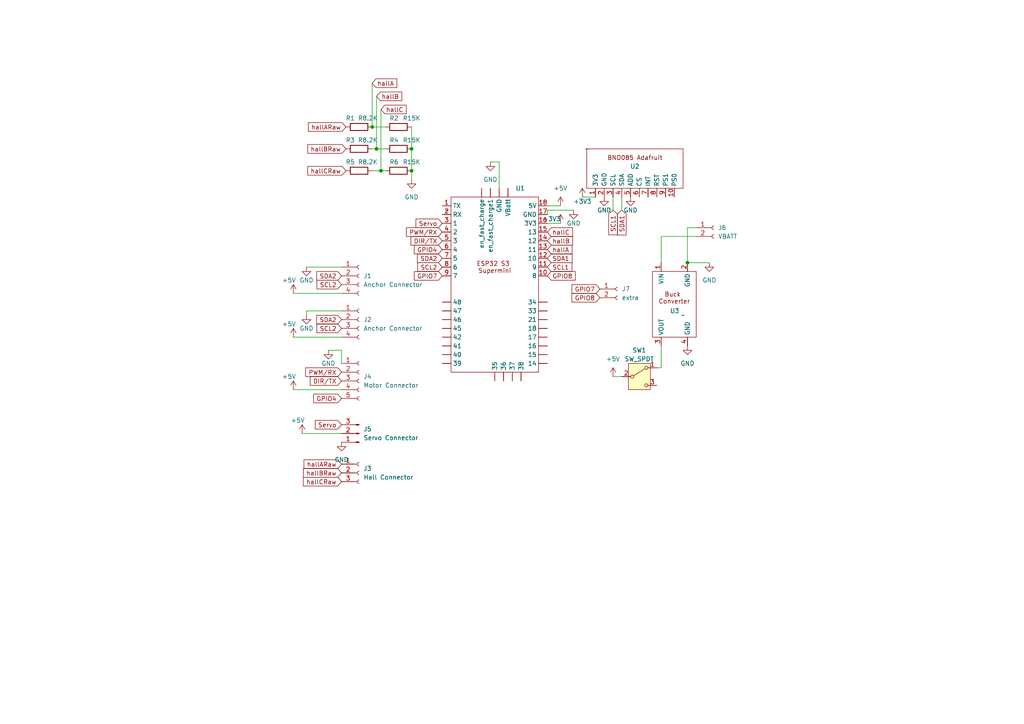
<source format=kicad_sch>
(kicad_sch (version 20230121) (generator eeschema)
  (paper "A4")
  (lib_symbols
    (symbol "BNO085:BNO085"
      (property "Reference" "U2" (at 13.97 -5.08 0))
      (property "Value" "~" (at 0 0 0))
      (symbol "BNO085_0_1"
        (rectangle (start 0 0) (end 27.94 -11.43))
      )
      (symbol "BNO085_1_1"
        (text "BNO085 Adafruit" (at 13.97 -2.54 0) (effects (font (size 1.27 1.27))))
        (pin power_in line (at 2.54 -13.97 90) (length 2.54) (name "3V3") (number "1"))
        (pin output line (at 25.4 -13.97 90) (length 2.54) (name "PS0") (number "10"))
        (pin power_in line (at 5.08 -13.97 90) (length 2.54) (name "GND") (number "2"))
        (pin input line (at 7.62 -13.97 90) (length 2.54) (name "SCL") (number "3"))
        (pin output line (at 10.16 -13.97 90) (length 2.54) (name "SDA") (number "4"))
        (pin output line (at 12.7 -13.97 90) (length 2.54) (name "ADD") (number "5"))
        (pin output line (at 15.24 -13.97 90) (length 2.54) (name "CS") (number "6"))
        (pin output line (at 17.78 -13.97 90) (length 2.54) (name "INT") (number "7"))
        (pin output line (at 20.32 -13.97 90) (length 2.54) (name "RST") (number "8"))
        (pin output line (at 22.86 -13.97 90) (length 2.54) (name "PS1") (number "9"))
      )
    )
    (symbol "Buck_Converter:BC"
      (property "Reference" "U3" (at -1.27 -1.27 0))
      (property "Value" "~" (at 2.54 -2.54 0))
      (symbol "BC_0_1"
        (rectangle (start -6.35 10.16) (end 6.35 -8.89))
      )
      (symbol "BC_1_1"
        (text "Buck \nConverter" (at 0 2.54 0) (effects (font (size 1.27 1.27))))
        (pin power_in line (at -3.81 12.7 270) (length 2.54) (name "VIN") (number "1"))
        (pin power_in line (at 3.81 12.7 270) (length 2.54) (name "GND") (number "2"))
        (pin power_out line (at -3.81 -11.43 90) (length 2.54) (name "VOUT") (number "3"))
        (pin power_out line (at 3.81 -11.43 90) (length 2.54) (name "GND") (number "4"))
      )
    )
    (symbol "Connector:Conn_01x02_Socket" (pin_names (offset 1.016) hide)
      (property "Reference" "J" (at 0 2.54 0))
      (property "Value" "Conn_01x02_Socket" (at 0 -5.08 0))
      (symbol "Conn_01x02_Socket_1_1"
        (arc (start 0 -2.032) (mid -0.5058 -2.54) (end 0 -3.048) (stroke (width 0.1524)))
        (polyline (pts (xy -1.27 -2.54) (xy -0.508 -2.54)) (stroke (width 0.1524)))
        (polyline (pts (xy -1.27 0) (xy -0.508 0)) (stroke (width 0.1524)))
        (arc (start 0 0.508) (mid -0.5058 0) (end 0 -0.508) (stroke (width 0.1524)))
        (pin passive line (at -5.08 0 0) (length 3.81) (name "Pin_1") (number "1"))
        (pin passive line (at -5.08 -2.54 0) (length 3.81) (name "Pin_2") (number "2"))
      )
    )
    (symbol "Connector:Conn_01x03_Pin" (pin_names (offset 1.016) hide)
      (property "Reference" "J" (at 0 5.08 0))
      (property "Value" "Conn_01x03_Pin" (at 0 -5.08 0))
      (symbol "Conn_01x03_Pin_1_1"
        (polyline (pts (xy 1.27 -2.54) (xy 0.8636 -2.54)) (stroke (width 0.1524)))
        (polyline (pts (xy 1.27 0) (xy 0.8636 0)) (stroke (width 0.1524)))
        (polyline (pts (xy 1.27 2.54) (xy 0.8636 2.54)) (stroke (width 0.1524)))
        (rectangle (start 0.8636 -2.413) (end 0 -2.667) (stroke (width 0.1524)) (fill (type outline)))
        (rectangle (start 0.8636 0.127) (end 0 -0.127) (stroke (width 0.1524)) (fill (type outline)))
        (rectangle (start 0.8636 2.667) (end 0 2.413) (stroke (width 0.1524)) (fill (type outline)))
        (pin passive line (at 5.08 2.54 180) (length 3.81) (name "Pin_1") (number "1"))
        (pin passive line (at 5.08 0 180) (length 3.81) (name "Pin_2") (number "2"))
        (pin passive line (at 5.08 -2.54 180) (length 3.81) (name "Pin_3") (number "3"))
      )
    )
    (symbol "Connector:Conn_01x03_Socket" (pin_names (offset 1.016) hide)
      (property "Reference" "J" (at 0 5.08 0))
      (property "Value" "Conn_01x03_Socket" (at 0 -5.08 0))
      (symbol "Conn_01x03_Socket_1_1"
        (arc (start 0 -2.032) (mid -0.5058 -2.54) (end 0 -3.048) (stroke (width 0.1524)))
        (polyline (pts (xy -1.27 -2.54) (xy -0.508 -2.54)) (stroke (width 0.1524)))
        (polyline (pts (xy -1.27 0) (xy -0.508 0)) (stroke (width 0.1524)))
        (polyline (pts (xy -1.27 2.54) (xy -0.508 2.54)) (stroke (width 0.1524)))
        (arc (start 0 0.508) (mid -0.5058 0) (end 0 -0.508) (stroke (width 0.1524)))
        (arc (start 0 3.048) (mid -0.5058 2.54) (end 0 2.032) (stroke (width 0.1524)))
        (pin passive line (at -5.08 2.54 0) (length 3.81) (name "Pin_1") (number "1"))
        (pin passive line (at -5.08 0 0) (length 3.81) (name "Pin_2") (number "2"))
        (pin passive line (at -5.08 -2.54 0) (length 3.81) (name "Pin_3") (number "3"))
      )
    )
    (symbol "Connector:Conn_01x04_Socket" (pin_names (offset 1.016) hide)
      (property "Reference" "J" (at 0 5.08 0))
      (property "Value" "Conn_01x04_Socket" (at 0 -7.62 0))
      (symbol "Conn_01x04_Socket_1_1"
        (arc (start 0 -4.572) (mid -0.5058 -5.08) (end 0 -5.588) (stroke (width 0.1524)))
        (arc (start 0 -2.032) (mid -0.5058 -2.54) (end 0 -3.048) (stroke (width 0.1524)))
        (polyline (pts (xy -1.27 -5.08) (xy -0.508 -5.08)) (stroke (width 0.1524)))
        (polyline (pts (xy -1.27 -2.54) (xy -0.508 -2.54)) (stroke (width 0.1524)))
        (polyline (pts (xy -1.27 0) (xy -0.508 0)) (stroke (width 0.1524)))
        (polyline (pts (xy -1.27 2.54) (xy -0.508 2.54)) (stroke (width 0.1524)))
        (arc (start 0 0.508) (mid -0.5058 0) (end 0 -0.508) (stroke (width 0.1524)))
        (arc (start 0 3.048) (mid -0.5058 2.54) (end 0 2.032) (stroke (width 0.1524)))
        (pin passive line (at -5.08 2.54 0) (length 3.81) (name "Pin_1") (number "1"))
        (pin passive line (at -5.08 0 0) (length 3.81) (name "Pin_2") (number "2"))
        (pin passive line (at -5.08 -2.54 0) (length 3.81) (name "Pin_3") (number "3"))
        (pin passive line (at -5.08 -5.08 0) (length 3.81) (name "Pin_4") (number "4"))
      )
    )
    (symbol "Connector:Conn_01x05_Socket" (pin_names (offset 1.016) hide)
      (property "Reference" "J" (at 0 7.62 0))
      (property "Value" "Conn_01x05_Socket" (at 0 -7.62 0))
      (symbol "Conn_01x05_Socket_1_1"
        (arc (start 0 -4.572) (mid -0.5058 -5.08) (end 0 -5.588) (stroke (width 0.1524)))
        (arc (start 0 -2.032) (mid -0.5058 -2.54) (end 0 -3.048) (stroke (width 0.1524)))
        (polyline (pts (xy -1.27 -5.08) (xy -0.508 -5.08)) (stroke (width 0.1524)))
        (polyline (pts (xy -1.27 -2.54) (xy -0.508 -2.54)) (stroke (width 0.1524)))
        (polyline (pts (xy -1.27 0) (xy -0.508 0)) (stroke (width 0.1524)))
        (polyline (pts (xy -1.27 2.54) (xy -0.508 2.54)) (stroke (width 0.1524)))
        (polyline (pts (xy -1.27 5.08) (xy -0.508 5.08)) (stroke (width 0.1524)))
        (arc (start 0 0.508) (mid -0.5058 0) (end 0 -0.508) (stroke (width 0.1524)))
        (arc (start 0 3.048) (mid -0.5058 2.54) (end 0 2.032) (stroke (width 0.1524)))
        (arc (start 0 5.588) (mid -0.5058 5.08) (end 0 4.572) (stroke (width 0.1524)))
        (pin passive line (at -5.08 5.08 0) (length 3.81) (name "Pin_1") (number "1"))
        (pin passive line (at -5.08 2.54 0) (length 3.81) (name "Pin_2") (number "2"))
        (pin passive line (at -5.08 0 0) (length 3.81) (name "Pin_3") (number "3"))
        (pin passive line (at -5.08 -2.54 0) (length 3.81) (name "Pin_4") (number "4"))
        (pin passive line (at -5.08 -5.08 0) (length 3.81) (name "Pin_5") (number "5"))
      )
    )
    (symbol "Device:R" (pin_numbers hide) (pin_names (offset 0))
      (property "Reference" "R" (at 2.032 0 90))
      (property "Value" "R" (at 0 0 90))
      (symbol "R_0_1"
        (rectangle (start -1.016 -2.54) (end 1.016 2.54) (stroke (width 0.254)))
      )
      (symbol "R_1_1"
        (pin passive line (at 0 3.81 270) (length 1.27) (name "~") (number "1"))
        (pin passive line (at 0 -3.81 90) (length 1.27) (name "~") (number "2"))
      )
    )
    (symbol "ESP32 S3 Supermini:ESP32_S3_Supermini"
      (property "Reference" "U1" (at 19.9741 6.35 0))
      (property "Value" "~" (at 0 0 0))
      (symbol "ESP32_S3_Supermini_0_1"
        (rectangle (start 1.27 3.81) (end 26.67 -46.99))
      )
      (symbol "ESP32_S3_Supermini_1_1"
        (text "ESP32 S3 \nSupermini" (at 13.97 -16.51 0) (effects (font (size 1.27 1.27))))
        (pin bidirectional line (at 29.21 -44.45 180) (length 2.54) (name "14") (number ""))
        (pin bidirectional line (at 29.21 -41.91 180) (length 2.54) (name "15") (number ""))
        (pin bidirectional line (at 29.21 -39.37 180) (length 2.54) (name "16") (number ""))
        (pin bidirectional line (at 29.21 -36.83 180) (length 2.54) (name "17") (number ""))
        (pin bidirectional line (at 29.21 -34.29 180) (length 2.54) (name "18") (number ""))
        (pin bidirectional line (at 29.21 -31.75 180) (length 2.54) (name "21") (number ""))
        (pin bidirectional line (at 29.21 -29.21 180) (length 2.54) (name "33") (number ""))
        (pin bidirectional line (at 29.21 -26.67 180) (length 2.54) (name "34") (number ""))
        (pin bidirectional line (at 13.97 -49.53 90) (length 2.54) (name "35") (number ""))
        (pin bidirectional line (at 16.51 -49.53 90) (length 2.54) (name "36") (number ""))
        (pin bidirectional line (at 19.05 -49.53 90) (length 2.54) (name "37") (number ""))
        (pin bidirectional line (at 21.59 -49.53 90) (length 2.54) (name "38") (number ""))
        (pin bidirectional line (at -1.27 -44.45 0) (length 2.54) (name "39") (number ""))
        (pin bidirectional line (at -1.27 -41.91 0) (length 2.54) (name "40") (number ""))
        (pin bidirectional line (at -1.27 -39.37 0) (length 2.54) (name "41") (number ""))
        (pin bidirectional line (at -1.27 -36.83 0) (length 2.54) (name "42") (number ""))
        (pin bidirectional line (at -1.27 -34.29 0) (length 2.54) (name "45") (number ""))
        (pin bidirectional line (at -1.27 -31.75 0) (length 2.54) (name "46") (number ""))
        (pin bidirectional line (at -1.27 -29.21 0) (length 2.54) (name "47") (number ""))
        (pin bidirectional line (at -1.27 -26.67 0) (length 2.54) (name "48") (number ""))
        (pin bidirectional line (at 15.24 6.35 270) (length 2.54) (name "GND") (number ""))
        (pin power_in line (at 17.78 6.35 270) (length 2.54) (name "VBatt") (number ""))
        (pin bidirectional line (at 10.16 6.35 270) (length 2.54) (name "en_fast_charge") (number ""))
        (pin bidirectional line (at 12.7 6.35 270) (length 2.54) (name "en_fast_charge1") (number ""))
        (pin bidirectional line (at -1.27 1.27 0) (length 2.54) (name "TX") (number "1"))
        (pin bidirectional line (at 29.21 -19.05 180) (length 2.54) (name "8") (number "10"))
        (pin bidirectional line (at 29.21 -16.51 180) (length 2.54) (name "9") (number "11"))
        (pin bidirectional line (at 29.21 -13.97 180) (length 2.54) (name "10") (number "12"))
        (pin bidirectional line (at 29.21 -11.43 180) (length 2.54) (name "11") (number "13"))
        (pin bidirectional line (at 29.21 -8.89 180) (length 2.54) (name "12") (number "14"))
        (pin bidirectional line (at 29.21 -6.35 180) (length 2.54) (name "13") (number "15"))
        (pin bidirectional line (at 29.21 -3.81 180) (length 2.54) (name "3V3") (number "16"))
        (pin bidirectional line (at 29.21 -1.27 180) (length 2.54) (name "GND") (number "17"))
        (pin power_in line (at 29.21 1.27 180) (length 2.54) (name "5V") (number "18"))
        (pin bidirectional line (at -1.27 -1.27 0) (length 2.54) (name "RX") (number "2"))
        (pin bidirectional line (at -1.27 -3.81 0) (length 2.54) (name "1") (number "3"))
        (pin bidirectional line (at -1.27 -6.35 0) (length 2.54) (name "2") (number "4"))
        (pin bidirectional line (at -1.27 -8.89 0) (length 2.54) (name "3") (number "5"))
        (pin bidirectional line (at -1.27 -11.43 0) (length 2.54) (name "4") (number "6"))
        (pin bidirectional line (at -1.27 -13.97 0) (length 2.54) (name "5") (number "7"))
        (pin bidirectional line (at -1.27 -16.51 0) (length 2.54) (name "6") (number "8"))
        (pin bidirectional line (at -1.27 -19.05 0) (length 2.54) (name "7") (number "9"))
      )
    )
    (symbol "Switch:SW_SPDT" (pin_names (offset 0) hide)
      (property "Reference" "SW" (at 0 5.08 0))
      (property "Value" "SW_SPDT" (at 0 -5.08 0))
      (symbol "SW_SPDT_0_1"
        (circle (center -2.032 0) (radius 0.4572))
        (polyline (pts (xy -1.651 0.254) (xy 1.651 2.286)))
        (circle (center 2.032 -2.54) (radius 0.4572))
        (circle (center 2.032 2.54) (radius 0.4572))
      )
      (symbol "SW_SPDT_1_1"
        (rectangle (start -3.175 3.81) (end 3.175 -3.81) (fill (type background)))
        (pin passive line (at 5.08 2.54 180) (length 2.54) (name "A") (number "1"))
        (pin passive line (at -5.08 0 0) (length 2.54) (name "B") (number "2"))
        (pin passive line (at 5.08 -2.54 180) (length 2.54) (name "C") (number "3"))
      )
    )
    (symbol "power:+3V3" (power) (pin_names (offset 0))
      (property "Value" "+3V3" (at 0 3.556 0))
      (symbol "+3V3_0_1"
        (polyline (pts (xy -0.762 1.27) (xy 0 2.54)))
        (polyline (pts (xy 0 0) (xy 0 2.54)))
        (polyline (pts (xy 0 2.54) (xy 0.762 1.27)))
      )
      (symbol "+3V3_1_1"
        (pin power_in line (at 0 0 90) (length 0) hide (name "+3V3") (number "1"))
      )
    )
    (symbol "power:+5V" (power) (pin_names (offset 0))
      (property "Value" "+5V" (at 0 3.556 0))
      (symbol "+5V_0_1"
        (polyline (pts (xy -0.762 1.27) (xy 0 2.54)))
        (polyline (pts (xy 0 0) (xy 0 2.54)))
        (polyline (pts (xy 0 2.54) (xy 0.762 1.27)))
      )
      (symbol "+5V_1_1"
        (pin power_in line (at 0 0 90) (length 0) hide (name "+5V") (number "1"))
      )
    )
    (symbol "power:GND" (power) (pin_names (offset 0))
      (property "Value" "GND" (at 0 -3.81 0))
      (symbol "GND_0_1"
        (polyline (pts (xy 0 0) (xy 0 -1.27) (xy 1.27 -1.27) (xy 0 -2.54) (xy -1.27 -1.27) (xy 0 -1.27)))
      )
      (symbol "GND_1_1"
        (pin power_in line (at 0 0 270) (length 0) hide (name "GND") (number "1"))
      )
    )
  )
  (junction (at 119.38 49.53))
  (junction (at 110.49 49.53))
  (junction (at 109.22 43.18))
  (junction (at 119.38 43.18))
  (junction (at 107.95 36.83))
  (junction (at 199.39 76.2))
  (wire (pts (xy 119.38 49.53) (xy 119.38 52.07)))
  (wire (pts (xy 158.75 60.96) (xy 158.75 62.23)))
  (wire (pts (xy 180.34 60.96) (xy 180.34 57.15)))
  (wire (pts (xy 119.38 36.83) (xy 119.38 43.18)))
  (wire (pts (xy 109.22 43.18) (xy 107.95 43.18)))
  (wire (pts (xy 177.8 109.22) (xy 180.34 109.22)))
  (wire (pts (xy 158.75 64.77) (xy 162.56 64.77)))
  (wire (pts (xy 110.49 31.75) (xy 110.49 49.53)))
  (wire (pts (xy 119.38 43.18) (xy 119.38 49.53)))
  (wire (pts (xy 199.39 66.04) (xy 199.39 76.2)))
  (wire (pts (xy 199.39 76.2) (xy 205.74 76.2)))
  (wire (pts (xy 201.93 68.58) (xy 191.77 68.58)))
  (wire (pts (xy 111.76 36.83) (xy 107.95 36.83)))
  (wire (pts (xy 190.5 106.68) (xy 191.77 106.68)))
  (wire (pts (xy 88.9 90.17) (xy 88.9 91.44)))
  (wire (pts (xy 144.78 46.99) (xy 144.78 54.61)))
  (wire (pts (xy 158.75 59.69) (xy 162.56 59.69)))
  (wire (pts (xy 85.09 113.03) (xy 99.06 113.03)))
  (wire (pts (xy 168.91 57.15) (xy 172.72 57.15)))
  (wire (pts (xy 99.06 90.17) (xy 88.9 90.17)))
  (wire (pts (xy 201.93 66.04) (xy 199.39 66.04)))
  (wire (pts (xy 95.25 101.6) (xy 99.06 101.6)))
  (wire (pts (xy 142.24 46.99) (xy 144.78 46.99)))
  (wire (pts (xy 87.63 125.73) (xy 99.06 125.73)))
  (wire (pts (xy 111.76 43.18) (xy 109.22 43.18)))
  (wire (pts (xy 99.06 101.6) (xy 99.06 105.41)))
  (wire (pts (xy 111.76 49.53) (xy 110.49 49.53)))
  (wire (pts (xy 85.09 97.79) (xy 99.06 97.79)))
  (wire (pts (xy 110.49 49.53) (xy 107.95 49.53)))
  (wire (pts (xy 107.95 24.13) (xy 107.95 36.83)))
  (wire (pts (xy 158.75 60.96) (xy 166.37 60.96)))
  (wire (pts (xy 191.77 68.58) (xy 191.77 76.2)))
  (wire (pts (xy 88.9 77.47) (xy 99.06 77.47)))
  (wire (pts (xy 85.09 85.09) (xy 99.06 85.09)))
  (wire (pts (xy 109.22 27.94) (xy 109.22 43.18)))
  (wire (pts (xy 177.8 60.96) (xy 177.8 57.15)))
  (wire (pts (xy 191.77 106.68) (xy 191.77 100.33)))
  (global_label "SDA2" (shape input) (at 128.27 74.93 180) (property "Intersheetrefs" "${INTERSHEET_REFS}" (effects hide)))
  (global_label "Servo" (shape input) (at 99.06 123.19 180) (property "Intersheetrefs" "${INTERSHEET_REFS}" (effects hide)))
  (global_label "hallARaw" (shape input) (at 100.33 36.83 180) (property "Intersheetrefs" "${INTERSHEET_REFS}" (effects hide)))
  (global_label "SCL1" (shape input) (at 158.75 77.47 0) (property "Intersheetrefs" "${INTERSHEET_REFS}" (effects hide)))
  (global_label "SCL2" (shape input) (at 99.06 82.55 180) (property "Intersheetrefs" "${INTERSHEET_REFS}" (effects hide)))
  (global_label "GPIO7" (shape input) (at 173.99 83.82 180) (property "Intersheetrefs" "${INTERSHEET_REFS}" (effects hide)))
  (global_label "hallARaw" (shape input) (at 99.06 134.62 180) (property "Intersheetrefs" "${INTERSHEET_REFS}" (effects hide)))
  (global_label "hallBRaw" (shape input) (at 100.33 43.18 180) (property "Intersheetrefs" "${INTERSHEET_REFS}" (effects hide)))
  (global_label "hallA" (shape input) (at 158.75 72.39 0) (property "Intersheetrefs" "${INTERSHEET_REFS}" (effects hide)))
  (global_label "SCL2" (shape input) (at 99.06 95.25 180) (property "Intersheetrefs" "${INTERSHEET_REFS}" (effects hide)))
  (global_label "hallB" (shape input) (at 109.22 27.94 0) (property "Intersheetrefs" "${INTERSHEET_REFS}" (effects hide)))
  (global_label "SDA2" (shape input) (at 99.06 92.71 180) (property "Intersheetrefs" "${INTERSHEET_REFS}" (effects hide)))
  (global_label "hallC" (shape input) (at 110.49 31.75 0) (property "Intersheetrefs" "${INTERSHEET_REFS}" (effects hide)))
  (global_label "DIR{slash}TX" (shape input) (at 128.27 69.85 180) (property "Intersheetrefs" "${INTERSHEET_REFS}" (effects hide)))
  (global_label "hallCRaw" (shape input) (at 99.06 139.7 180) (property "Intersheetrefs" "${INTERSHEET_REFS}" (effects hide)))
  (global_label "SCL2" (shape input) (at 128.27 77.47 180) (property "Intersheetrefs" "${INTERSHEET_REFS}" (effects hide)))
  (global_label "DIR{slash}TX" (shape input) (at 99.06 110.49 180) (property "Intersheetrefs" "${INTERSHEET_REFS}" (effects hide)))
  (global_label "SDA1" (shape input) (at 158.75 74.93 0) (property "Intersheetrefs" "${INTERSHEET_REFS}" (effects hide)))
  (global_label "SDA2" (shape input) (at 99.06 80.01 180) (property "Intersheetrefs" "${INTERSHEET_REFS}" (effects hide)))
  (global_label "Servo" (shape input) (at 128.27 64.77 180) (property "Intersheetrefs" "${INTERSHEET_REFS}" (effects hide)))
  (global_label "SDA1" (shape input) (at 180.34 60.96 270) (property "Intersheetrefs" "${INTERSHEET_REFS}" (effects hide)))
  (global_label "hallCRaw" (shape input) (at 100.33 49.53 180) (property "Intersheetrefs" "${INTERSHEET_REFS}" (effects hide)))
  (global_label "GPIO7" (shape input) (at 128.27 80.01 180) (property "Intersheetrefs" "${INTERSHEET_REFS}" (effects hide)))
  (global_label "hallB" (shape input) (at 158.75 69.85 0) (property "Intersheetrefs" "${INTERSHEET_REFS}" (effects hide)))
  (global_label "hallA" (shape input) (at 107.95 24.13 0) (property "Intersheetrefs" "${INTERSHEET_REFS}" (effects hide)))
  (global_label "hallC" (shape input) (at 158.75 67.31 0) (property "Intersheetrefs" "${INTERSHEET_REFS}" (effects hide)))
  (global_label "SCL1" (shape input) (at 177.8 60.96 270) (property "Intersheetrefs" "${INTERSHEET_REFS}" (effects hide)))
  (global_label "GPIO4" (shape input) (at 99.06 115.57 180) (property "Intersheetrefs" "${INTERSHEET_REFS}" (effects hide)))
  (global_label "PWM{slash}RX" (shape input) (at 99.06 107.95 180) (property "Intersheetrefs" "${INTERSHEET_REFS}" (effects hide)))
  (global_label "GPIO8" (shape input) (at 173.99 86.36 180) (property "Intersheetrefs" "${INTERSHEET_REFS}" (effects hide)))
  (global_label "PWM{slash}RX" (shape input) (at 128.27 67.31 180) (property "Intersheetrefs" "${INTERSHEET_REFS}" (effects hide)))
  (global_label "GPIO8" (shape input) (at 158.75 80.01 0) (property "Intersheetrefs" "${INTERSHEET_REFS}" (effects hide)))
  (global_label "GPIO4" (shape input) (at 128.27 72.39 180) (property "Intersheetrefs" "${INTERSHEET_REFS}" (effects hide)))
  (global_label "hallBRaw" (shape input) (at 99.06 137.16 180) (property "Intersheetrefs" "${INTERSHEET_REFS}" (effects hide)))
  (symbol (lib_id "Device:R") (at 115.57 36.83 90) (unit 1)
    (property "Reference" "R2" (at 114.3 34.29 90))
    (property "Value" "R15K" (at 119.38 34.29 90))
    (property "Footprint" "Resistor_SMD:R_0603_1608Metric_Pad0.98x0.95mm_HandSolder" (effects hide))
  )
  (symbol (lib_id "Device:R") (at 115.57 43.18 270) (unit 1)
    (property "Reference" "R4" (at 114.3 40.64 90))
    (property "Value" "R15K" (at 119.38 40.64 90))
    (property "Footprint" "Resistor_SMD:R_0603_1608Metric_Pad0.98x0.95mm_HandSolder" (effects hide))
  )
  (symbol (lib_id "power:GND") (at 88.9 91.44 0) (unit 1)
    (property "Reference" "#PWR08" (effects hide))
    (property "Value" "GND" (at 88.9 95.25 0))
  )
  (symbol (lib_id "power:GND") (at 142.24 46.99 0) (unit 1)
    (property "Reference" "#PWR01" (effects hide))
    (property "Value" "GND" (at 142.24 52.07 0))
  )
  (symbol (lib_id "Connector:Conn_01x03_Pin") (at 104.14 125.73 180) (unit 1)
    (property "Reference" "J5" (at 105.41 124.46 0) (effects (justify right)))
    (property "Value" "Servo Connector" (at 105.41 127 0) (effects (justify right)))
    (property "Footprint" "Connector_PinSocket_2.54mm:PinSocket_1x03_P2.54mm_Vertical" (effects hide))
  )
  (symbol (lib_id "Connector:Conn_01x05_Socket") (at 104.14 110.49 0) (unit 1)
    (property "Reference" "J4" (at 105.41 109.22 0) (effects (justify left)))
    (property "Value" "Motor Connector" (at 105.41 111.76 0) (effects (justify left)))
    (property "Footprint" "Connector_PinSocket_2.54mm:PinSocket_1x05_P2.54mm_Vertical" (effects hide))
  )
  (symbol (lib_id "power:+3V3") (at 162.56 64.77 0) (unit 1)
    (property "Reference" "#PWR011" (effects hide))
    (property "Value" "+3V3" (at 160.02 63.5 0))
  )
  (symbol (lib_id "Buck_Converter:BC") (at 195.58 88.9 0) (unit 1)
    (property "Reference" "U3" (at 194.31 90.17 0) (effects (justify left)))
    (property "Value" "~" (at 198.12 91.44 0))
    (property "Footprint" "ESP32 S3 Supermini:Buck Converter" (effects hide))
  )
  (symbol (lib_id "power:+5V") (at 87.63 125.73 0) (unit 1)
    (property "Reference" "#PWR017" (effects hide))
    (property "Value" "+5V" (at 86.36 121.92 0))
  )
  (symbol (lib_id "power:+5V") (at 177.8 109.22 0) (unit 1)
    (property "Reference" "#PWR03" (effects hide))
    (property "Value" "+5V" (at 177.8 104.14 0))
  )
  (symbol (lib_id "power:GND") (at 175.26 57.15 0) (unit 1)
    (property "Reference" "#PWR06" (effects hide))
    (property "Value" "GND" (at 175.26 60.96 0))
  )
  (symbol (lib_id "Device:R") (at 104.14 49.53 90) (unit 1)
    (property "Reference" "R5" (at 101.6 46.99 90))
    (property "Value" "R8.2K" (at 106.68 46.99 90))
    (property "Footprint" "Resistor_SMD:R_0603_1608Metric_Pad0.98x0.95mm_HandSolder" (effects hide))
  )
  (symbol (lib_id "Connector:Conn_01x04_Socket") (at 104.14 80.01 0) (unit 1)
    (property "Reference" "J1" (at 105.41 80.01 0) (effects (justify left)))
    (property "Value" "Anchor Connector" (at 105.41 82.55 0) (effects (justify left)))
    (property "Footprint" "Connector_PinSocket_2.54mm:PinSocket_1x04_P2.54mm_Vertical" (effects hide))
  )
  (symbol (lib_id "ESP32 S3 Supermini:ESP32_S3_Supermini") (at 129.54 60.96 0) (unit 1)
    (property "Reference" "U1" (at 149.5141 54.61 0) (effects (justify left)))
    (property "Value" "~" (at 129.54 60.96 0))
    (property "Footprint" "ESP32 S3 Supermini:ESP32 S3 Supermini Pinned" (effects hide))
  )
  (symbol (lib_id "Connector:Conn_01x04_Socket") (at 104.14 92.71 0) (unit 1)
    (property "Reference" "J2" (at 105.41 92.71 0) (effects (justify left)))
    (property "Value" "Anchor Connector" (at 105.41 95.25 0) (effects (justify left)))
    (property "Footprint" "Connector_PinSocket_2.54mm:PinSocket_1x04_P2.54mm_Vertical" (effects hide))
  )
  (symbol (lib_id "power:GND") (at 199.39 100.33 0) (unit 1)
    (property "Reference" "#PWR05" (effects hide))
    (property "Value" "GND" (at 199.39 105.41 0))
  )
  (symbol (lib_id "Connector:Conn_01x02_Socket") (at 179.07 83.82 0) (unit 1)
    (property "Reference" "J7" (at 180.34 83.82 0) (effects (justify left)))
    (property "Value" "extra" (at 180.34 86.36 0) (effects (justify left)))
    (property "Footprint" "Connector_PinSocket_2.54mm:PinSocket_1x02_P2.54mm_Vertical" (effects hide))
  )
  (symbol (lib_id "Device:R") (at 104.14 36.83 90) (unit 1)
    (property "Reference" "R1" (at 101.6 34.29 90))
    (property "Value" "R8.2K" (at 106.68 34.29 90))
    (property "Footprint" "Resistor_SMD:R_0603_1608Metric_Pad0.98x0.95mm_HandSolder" (effects hide))
  )
  (symbol (lib_id "power:GND") (at 166.37 60.96 0) (unit 1)
    (property "Reference" "#PWR02" (effects hide))
    (property "Value" "GND" (at 166.37 64.77 0))
  )
  (symbol (lib_id "power:+3V3") (at 168.91 57.15 0) (unit 1)
    (property "Reference" "#PWR012" (effects hide))
    (property "Value" "+3V3" (at 168.91 58.42 0))
  )
  (symbol (lib_id "power:GND") (at 95.25 101.6 0) (unit 1)
    (property "Reference" "#PWR07" (effects hide))
    (property "Value" "GND" (at 95.25 105.41 0))
  )
  (symbol (lib_id "power:+5V") (at 162.56 59.69 0) (unit 1)
    (property "Reference" "#PWR04" (effects hide))
    (property "Value" "+5V" (at 162.56 54.61 0))
  )
  (symbol (lib_id "BNO085:BNO085") (at 170.18 43.18 0) (unit 1)
    (property "Reference" "U2" (at 184.15 48.26 0))
    (property "Value" "~" (at 170.18 43.18 0))
    (property "Footprint" "ESP32 S3 Supermini:BNO085" (effects hide))
  )
  (symbol (lib_id "power:GND") (at 88.9 77.47 0) (unit 1)
    (property "Reference" "#PWR09" (effects hide))
    (property "Value" "GND" (at 88.9 81.28 0))
  )
  (symbol (lib_id "Device:R") (at 115.57 49.53 90) (unit 1)
    (property "Reference" "R6" (at 114.3 46.99 90))
    (property "Value" "R15K" (at 119.38 46.99 90))
    (property "Footprint" "Resistor_SMD:R_0603_1608Metric_Pad0.98x0.95mm_HandSolder" (effects hide))
  )
  (symbol (lib_id "Connector:Conn_01x03_Socket") (at 104.14 137.16 0) (unit 1)
    (property "Reference" "J3" (at 105.41 135.89 0) (effects (justify left)))
    (property "Value" "Hall Connector" (at 105.41 138.43 0) (effects (justify left)))
    (property "Footprint" "Connector_PinSocket_2.54mm:PinSocket_1x03_P2.54mm_Vertical" (effects hide))
  )
  (symbol (lib_id "power:GND") (at 182.88 57.15 0) (unit 1)
    (property "Reference" "#PWR019" (effects hide))
    (property "Value" "GND" (at 182.88 60.96 0))
  )
  (symbol (lib_id "power:GND") (at 205.74 76.2 0) (unit 1)
    (property "Reference" "#PWR013" (effects hide))
    (property "Value" "GND" (at 205.74 81.28 0))
  )
  (symbol (lib_id "power:GND") (at 119.38 52.07 0) (unit 1)
    (property "Reference" "#PWR010" (effects hide))
    (property "Value" "GND" (at 119.38 57.15 0))
  )
  (symbol (lib_id "Device:R") (at 104.14 43.18 90) (unit 1)
    (property "Reference" "R3" (at 101.6 40.64 90))
    (property "Value" "R8.2K" (at 106.68 40.64 90))
    (property "Footprint" "Resistor_SMD:R_0603_1608Metric_Pad0.98x0.95mm_HandSolder" (effects hide))
  )
  (symbol (lib_id "power:+5V") (at 85.09 97.79 0) (unit 1)
    (property "Reference" "#PWR016" (effects hide))
    (property "Value" "+5V" (at 83.82 93.98 0))
  )
  (symbol (lib_id "Connector:Conn_01x02_Socket") (at 207.01 66.04 0) (unit 1)
    (property "Reference" "J6" (at 208.28 66.04 0) (effects (justify left)))
    (property "Value" "VBATT" (at 208.28 68.58 0) (effects (justify left)))
    (property "Footprint" "Connector_PinSocket_2.54mm:PinSocket_1x02_P2.54mm_Vertical" (effects hide))
  )
  (symbol (lib_id "power:GND") (at 99.06 128.27 0) (unit 1)
    (property "Reference" "#PWR020" (effects hide))
    (property "Value" "GND" (at 99.06 133.35 0))
  )
  (symbol (lib_id "power:+5V") (at 85.09 113.03 0) (unit 1)
    (property "Reference" "#PWR018" (effects hide))
    (property "Value" "+5V" (at 83.82 109.22 0))
  )
  (symbol (lib_id "Switch:SW_SPDT") (at 185.42 109.22 0) (unit 1)
    (property "Reference" "SW1" (at 185.42 101.6 0))
    (property "Value" "SW_SPDT" (at 185.42 104.14 0))
    (property "Footprint" "ESP32 S3 Supermini:Slide Switch" (effects hide))
  )
  (symbol (lib_id "power:+5V") (at 85.09 85.09 0) (unit 1)
    (property "Reference" "#PWR015" (effects hide))
    (property "Value" "+5V" (at 83.82 81.28 0))
  )
)
</source>
